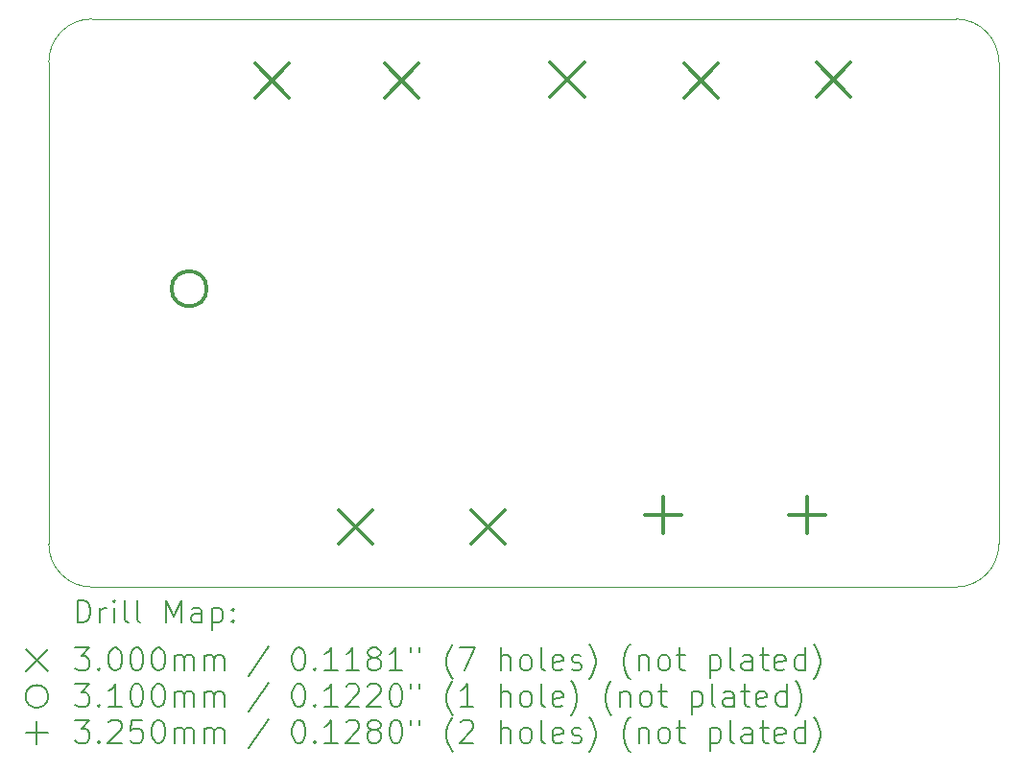
<source format=gbr>
%FSLAX45Y45*%
G04 Gerber Fmt 4.5, Leading zero omitted, Abs format (unit mm)*
G04 Created by KiCad (PCBNEW (6.0.4)) date 2023-05-16 23:10:23*
%MOMM*%
%LPD*%
G01*
G04 APERTURE LIST*
%TA.AperFunction,Profile*%
%ADD10C,0.100000*%
%TD*%
%ADD11C,0.200000*%
%ADD12C,0.300000*%
%ADD13C,0.310000*%
%ADD14C,0.325000*%
G04 APERTURE END LIST*
D10*
X4165600Y-10350500D02*
X4165600Y-14605000D01*
X4546600Y-9969500D02*
X12166600Y-9969500D01*
X12547600Y-10350500D02*
G75*
G03*
X12166600Y-9969500I-381000J0D01*
G01*
X4546600Y-9969500D02*
G75*
G03*
X4165600Y-10350500I0J-381000D01*
G01*
X4546600Y-14986000D02*
X12166600Y-14986000D01*
X12166600Y-14986000D02*
G75*
G03*
X12547600Y-14605000I0J381000D01*
G01*
X4165600Y-14605000D02*
G75*
G03*
X4546600Y-14986000I381000J0D01*
G01*
X12547600Y-10350500D02*
X12547600Y-14605000D01*
D11*
D12*
X5984100Y-10365600D02*
X6284100Y-10665600D01*
X6284100Y-10365600D02*
X5984100Y-10665600D01*
X6723100Y-14302800D02*
X7023100Y-14602800D01*
X7023100Y-14302800D02*
X6723100Y-14602800D01*
X7127100Y-10365600D02*
X7427100Y-10665600D01*
X7427100Y-10365600D02*
X7127100Y-10665600D01*
X7889100Y-14302800D02*
X8189100Y-14602800D01*
X8189100Y-14302800D02*
X7889100Y-14602800D01*
X8587600Y-10356000D02*
X8887600Y-10656000D01*
X8887600Y-10356000D02*
X8587600Y-10656000D01*
X9768700Y-10365600D02*
X10068700Y-10665600D01*
X10068700Y-10365600D02*
X9768700Y-10665600D01*
X10937100Y-10356000D02*
X11237100Y-10656000D01*
X11237100Y-10356000D02*
X10937100Y-10656000D01*
D13*
X5559100Y-12351500D02*
G75*
G03*
X5559100Y-12351500I-155000J0D01*
G01*
D14*
X9588100Y-14188500D02*
X9588100Y-14513500D01*
X9425600Y-14351000D02*
X9750600Y-14351000D01*
X10858100Y-14188500D02*
X10858100Y-14513500D01*
X10695600Y-14351000D02*
X11020600Y-14351000D01*
D11*
X4418219Y-15301476D02*
X4418219Y-15101476D01*
X4465838Y-15101476D01*
X4494410Y-15111000D01*
X4513457Y-15130048D01*
X4522981Y-15149095D01*
X4532505Y-15187190D01*
X4532505Y-15215762D01*
X4522981Y-15253857D01*
X4513457Y-15272905D01*
X4494410Y-15291952D01*
X4465838Y-15301476D01*
X4418219Y-15301476D01*
X4618219Y-15301476D02*
X4618219Y-15168143D01*
X4618219Y-15206238D02*
X4627743Y-15187190D01*
X4637267Y-15177667D01*
X4656314Y-15168143D01*
X4675362Y-15168143D01*
X4742029Y-15301476D02*
X4742029Y-15168143D01*
X4742029Y-15101476D02*
X4732505Y-15111000D01*
X4742029Y-15120524D01*
X4751552Y-15111000D01*
X4742029Y-15101476D01*
X4742029Y-15120524D01*
X4865838Y-15301476D02*
X4846790Y-15291952D01*
X4837267Y-15272905D01*
X4837267Y-15101476D01*
X4970600Y-15301476D02*
X4951552Y-15291952D01*
X4942029Y-15272905D01*
X4942029Y-15101476D01*
X5199171Y-15301476D02*
X5199171Y-15101476D01*
X5265838Y-15244333D01*
X5332505Y-15101476D01*
X5332505Y-15301476D01*
X5513457Y-15301476D02*
X5513457Y-15196714D01*
X5503933Y-15177667D01*
X5484886Y-15168143D01*
X5446790Y-15168143D01*
X5427743Y-15177667D01*
X5513457Y-15291952D02*
X5494410Y-15301476D01*
X5446790Y-15301476D01*
X5427743Y-15291952D01*
X5418219Y-15272905D01*
X5418219Y-15253857D01*
X5427743Y-15234809D01*
X5446790Y-15225286D01*
X5494410Y-15225286D01*
X5513457Y-15215762D01*
X5608695Y-15168143D02*
X5608695Y-15368143D01*
X5608695Y-15177667D02*
X5627743Y-15168143D01*
X5665838Y-15168143D01*
X5684886Y-15177667D01*
X5694409Y-15187190D01*
X5703933Y-15206238D01*
X5703933Y-15263381D01*
X5694409Y-15282428D01*
X5684886Y-15291952D01*
X5665838Y-15301476D01*
X5627743Y-15301476D01*
X5608695Y-15291952D01*
X5789648Y-15282428D02*
X5799171Y-15291952D01*
X5789648Y-15301476D01*
X5780124Y-15291952D01*
X5789648Y-15282428D01*
X5789648Y-15301476D01*
X5789648Y-15177667D02*
X5799171Y-15187190D01*
X5789648Y-15196714D01*
X5780124Y-15187190D01*
X5789648Y-15177667D01*
X5789648Y-15196714D01*
X3960600Y-15531000D02*
X4160600Y-15731000D01*
X4160600Y-15531000D02*
X3960600Y-15731000D01*
X4399171Y-15521476D02*
X4522981Y-15521476D01*
X4456314Y-15597667D01*
X4484886Y-15597667D01*
X4503933Y-15607190D01*
X4513457Y-15616714D01*
X4522981Y-15635762D01*
X4522981Y-15683381D01*
X4513457Y-15702428D01*
X4503933Y-15711952D01*
X4484886Y-15721476D01*
X4427743Y-15721476D01*
X4408695Y-15711952D01*
X4399171Y-15702428D01*
X4608695Y-15702428D02*
X4618219Y-15711952D01*
X4608695Y-15721476D01*
X4599171Y-15711952D01*
X4608695Y-15702428D01*
X4608695Y-15721476D01*
X4742029Y-15521476D02*
X4761076Y-15521476D01*
X4780124Y-15531000D01*
X4789648Y-15540524D01*
X4799171Y-15559571D01*
X4808695Y-15597667D01*
X4808695Y-15645286D01*
X4799171Y-15683381D01*
X4789648Y-15702428D01*
X4780124Y-15711952D01*
X4761076Y-15721476D01*
X4742029Y-15721476D01*
X4722981Y-15711952D01*
X4713457Y-15702428D01*
X4703933Y-15683381D01*
X4694410Y-15645286D01*
X4694410Y-15597667D01*
X4703933Y-15559571D01*
X4713457Y-15540524D01*
X4722981Y-15531000D01*
X4742029Y-15521476D01*
X4932505Y-15521476D02*
X4951552Y-15521476D01*
X4970600Y-15531000D01*
X4980124Y-15540524D01*
X4989648Y-15559571D01*
X4999171Y-15597667D01*
X4999171Y-15645286D01*
X4989648Y-15683381D01*
X4980124Y-15702428D01*
X4970600Y-15711952D01*
X4951552Y-15721476D01*
X4932505Y-15721476D01*
X4913457Y-15711952D01*
X4903933Y-15702428D01*
X4894410Y-15683381D01*
X4884886Y-15645286D01*
X4884886Y-15597667D01*
X4894410Y-15559571D01*
X4903933Y-15540524D01*
X4913457Y-15531000D01*
X4932505Y-15521476D01*
X5122981Y-15521476D02*
X5142029Y-15521476D01*
X5161076Y-15531000D01*
X5170600Y-15540524D01*
X5180124Y-15559571D01*
X5189648Y-15597667D01*
X5189648Y-15645286D01*
X5180124Y-15683381D01*
X5170600Y-15702428D01*
X5161076Y-15711952D01*
X5142029Y-15721476D01*
X5122981Y-15721476D01*
X5103933Y-15711952D01*
X5094410Y-15702428D01*
X5084886Y-15683381D01*
X5075362Y-15645286D01*
X5075362Y-15597667D01*
X5084886Y-15559571D01*
X5094410Y-15540524D01*
X5103933Y-15531000D01*
X5122981Y-15521476D01*
X5275362Y-15721476D02*
X5275362Y-15588143D01*
X5275362Y-15607190D02*
X5284886Y-15597667D01*
X5303933Y-15588143D01*
X5332505Y-15588143D01*
X5351552Y-15597667D01*
X5361076Y-15616714D01*
X5361076Y-15721476D01*
X5361076Y-15616714D02*
X5370600Y-15597667D01*
X5389648Y-15588143D01*
X5418219Y-15588143D01*
X5437267Y-15597667D01*
X5446790Y-15616714D01*
X5446790Y-15721476D01*
X5542029Y-15721476D02*
X5542029Y-15588143D01*
X5542029Y-15607190D02*
X5551552Y-15597667D01*
X5570600Y-15588143D01*
X5599171Y-15588143D01*
X5618219Y-15597667D01*
X5627743Y-15616714D01*
X5627743Y-15721476D01*
X5627743Y-15616714D02*
X5637267Y-15597667D01*
X5656314Y-15588143D01*
X5684886Y-15588143D01*
X5703933Y-15597667D01*
X5713457Y-15616714D01*
X5713457Y-15721476D01*
X6103933Y-15511952D02*
X5932505Y-15769095D01*
X6361076Y-15521476D02*
X6380124Y-15521476D01*
X6399171Y-15531000D01*
X6408695Y-15540524D01*
X6418219Y-15559571D01*
X6427743Y-15597667D01*
X6427743Y-15645286D01*
X6418219Y-15683381D01*
X6408695Y-15702428D01*
X6399171Y-15711952D01*
X6380124Y-15721476D01*
X6361076Y-15721476D01*
X6342028Y-15711952D01*
X6332505Y-15702428D01*
X6322981Y-15683381D01*
X6313457Y-15645286D01*
X6313457Y-15597667D01*
X6322981Y-15559571D01*
X6332505Y-15540524D01*
X6342028Y-15531000D01*
X6361076Y-15521476D01*
X6513457Y-15702428D02*
X6522981Y-15711952D01*
X6513457Y-15721476D01*
X6503933Y-15711952D01*
X6513457Y-15702428D01*
X6513457Y-15721476D01*
X6713457Y-15721476D02*
X6599171Y-15721476D01*
X6656314Y-15721476D02*
X6656314Y-15521476D01*
X6637267Y-15550048D01*
X6618219Y-15569095D01*
X6599171Y-15578619D01*
X6903933Y-15721476D02*
X6789648Y-15721476D01*
X6846790Y-15721476D02*
X6846790Y-15521476D01*
X6827743Y-15550048D01*
X6808695Y-15569095D01*
X6789648Y-15578619D01*
X7018219Y-15607190D02*
X6999171Y-15597667D01*
X6989648Y-15588143D01*
X6980124Y-15569095D01*
X6980124Y-15559571D01*
X6989648Y-15540524D01*
X6999171Y-15531000D01*
X7018219Y-15521476D01*
X7056314Y-15521476D01*
X7075362Y-15531000D01*
X7084886Y-15540524D01*
X7094409Y-15559571D01*
X7094409Y-15569095D01*
X7084886Y-15588143D01*
X7075362Y-15597667D01*
X7056314Y-15607190D01*
X7018219Y-15607190D01*
X6999171Y-15616714D01*
X6989648Y-15626238D01*
X6980124Y-15645286D01*
X6980124Y-15683381D01*
X6989648Y-15702428D01*
X6999171Y-15711952D01*
X7018219Y-15721476D01*
X7056314Y-15721476D01*
X7075362Y-15711952D01*
X7084886Y-15702428D01*
X7094409Y-15683381D01*
X7094409Y-15645286D01*
X7084886Y-15626238D01*
X7075362Y-15616714D01*
X7056314Y-15607190D01*
X7284886Y-15721476D02*
X7170600Y-15721476D01*
X7227743Y-15721476D02*
X7227743Y-15521476D01*
X7208695Y-15550048D01*
X7189648Y-15569095D01*
X7170600Y-15578619D01*
X7361076Y-15521476D02*
X7361076Y-15559571D01*
X7437267Y-15521476D02*
X7437267Y-15559571D01*
X7732505Y-15797667D02*
X7722981Y-15788143D01*
X7703933Y-15759571D01*
X7694409Y-15740524D01*
X7684886Y-15711952D01*
X7675362Y-15664333D01*
X7675362Y-15626238D01*
X7684886Y-15578619D01*
X7694409Y-15550048D01*
X7703933Y-15531000D01*
X7722981Y-15502428D01*
X7732505Y-15492905D01*
X7789648Y-15521476D02*
X7922981Y-15521476D01*
X7837267Y-15721476D01*
X8151552Y-15721476D02*
X8151552Y-15521476D01*
X8237267Y-15721476D02*
X8237267Y-15616714D01*
X8227743Y-15597667D01*
X8208695Y-15588143D01*
X8180124Y-15588143D01*
X8161076Y-15597667D01*
X8151552Y-15607190D01*
X8361076Y-15721476D02*
X8342028Y-15711952D01*
X8332505Y-15702428D01*
X8322981Y-15683381D01*
X8322981Y-15626238D01*
X8332505Y-15607190D01*
X8342028Y-15597667D01*
X8361076Y-15588143D01*
X8389648Y-15588143D01*
X8408695Y-15597667D01*
X8418219Y-15607190D01*
X8427743Y-15626238D01*
X8427743Y-15683381D01*
X8418219Y-15702428D01*
X8408695Y-15711952D01*
X8389648Y-15721476D01*
X8361076Y-15721476D01*
X8542029Y-15721476D02*
X8522981Y-15711952D01*
X8513457Y-15692905D01*
X8513457Y-15521476D01*
X8694410Y-15711952D02*
X8675362Y-15721476D01*
X8637267Y-15721476D01*
X8618219Y-15711952D01*
X8608695Y-15692905D01*
X8608695Y-15616714D01*
X8618219Y-15597667D01*
X8637267Y-15588143D01*
X8675362Y-15588143D01*
X8694410Y-15597667D01*
X8703933Y-15616714D01*
X8703933Y-15635762D01*
X8608695Y-15654809D01*
X8780124Y-15711952D02*
X8799171Y-15721476D01*
X8837267Y-15721476D01*
X8856314Y-15711952D01*
X8865838Y-15692905D01*
X8865838Y-15683381D01*
X8856314Y-15664333D01*
X8837267Y-15654809D01*
X8808695Y-15654809D01*
X8789648Y-15645286D01*
X8780124Y-15626238D01*
X8780124Y-15616714D01*
X8789648Y-15597667D01*
X8808695Y-15588143D01*
X8837267Y-15588143D01*
X8856314Y-15597667D01*
X8932505Y-15797667D02*
X8942029Y-15788143D01*
X8961076Y-15759571D01*
X8970600Y-15740524D01*
X8980124Y-15711952D01*
X8989648Y-15664333D01*
X8989648Y-15626238D01*
X8980124Y-15578619D01*
X8970600Y-15550048D01*
X8961076Y-15531000D01*
X8942029Y-15502428D01*
X8932505Y-15492905D01*
X9294410Y-15797667D02*
X9284886Y-15788143D01*
X9265838Y-15759571D01*
X9256314Y-15740524D01*
X9246790Y-15711952D01*
X9237267Y-15664333D01*
X9237267Y-15626238D01*
X9246790Y-15578619D01*
X9256314Y-15550048D01*
X9265838Y-15531000D01*
X9284886Y-15502428D01*
X9294410Y-15492905D01*
X9370600Y-15588143D02*
X9370600Y-15721476D01*
X9370600Y-15607190D02*
X9380124Y-15597667D01*
X9399171Y-15588143D01*
X9427743Y-15588143D01*
X9446790Y-15597667D01*
X9456314Y-15616714D01*
X9456314Y-15721476D01*
X9580124Y-15721476D02*
X9561076Y-15711952D01*
X9551552Y-15702428D01*
X9542029Y-15683381D01*
X9542029Y-15626238D01*
X9551552Y-15607190D01*
X9561076Y-15597667D01*
X9580124Y-15588143D01*
X9608695Y-15588143D01*
X9627743Y-15597667D01*
X9637267Y-15607190D01*
X9646790Y-15626238D01*
X9646790Y-15683381D01*
X9637267Y-15702428D01*
X9627743Y-15711952D01*
X9608695Y-15721476D01*
X9580124Y-15721476D01*
X9703933Y-15588143D02*
X9780124Y-15588143D01*
X9732505Y-15521476D02*
X9732505Y-15692905D01*
X9742029Y-15711952D01*
X9761076Y-15721476D01*
X9780124Y-15721476D01*
X9999171Y-15588143D02*
X9999171Y-15788143D01*
X9999171Y-15597667D02*
X10018219Y-15588143D01*
X10056314Y-15588143D01*
X10075362Y-15597667D01*
X10084886Y-15607190D01*
X10094410Y-15626238D01*
X10094410Y-15683381D01*
X10084886Y-15702428D01*
X10075362Y-15711952D01*
X10056314Y-15721476D01*
X10018219Y-15721476D01*
X9999171Y-15711952D01*
X10208695Y-15721476D02*
X10189648Y-15711952D01*
X10180124Y-15692905D01*
X10180124Y-15521476D01*
X10370600Y-15721476D02*
X10370600Y-15616714D01*
X10361076Y-15597667D01*
X10342029Y-15588143D01*
X10303933Y-15588143D01*
X10284886Y-15597667D01*
X10370600Y-15711952D02*
X10351552Y-15721476D01*
X10303933Y-15721476D01*
X10284886Y-15711952D01*
X10275362Y-15692905D01*
X10275362Y-15673857D01*
X10284886Y-15654809D01*
X10303933Y-15645286D01*
X10351552Y-15645286D01*
X10370600Y-15635762D01*
X10437267Y-15588143D02*
X10513457Y-15588143D01*
X10465838Y-15521476D02*
X10465838Y-15692905D01*
X10475362Y-15711952D01*
X10494410Y-15721476D01*
X10513457Y-15721476D01*
X10656314Y-15711952D02*
X10637267Y-15721476D01*
X10599171Y-15721476D01*
X10580124Y-15711952D01*
X10570600Y-15692905D01*
X10570600Y-15616714D01*
X10580124Y-15597667D01*
X10599171Y-15588143D01*
X10637267Y-15588143D01*
X10656314Y-15597667D01*
X10665838Y-15616714D01*
X10665838Y-15635762D01*
X10570600Y-15654809D01*
X10837267Y-15721476D02*
X10837267Y-15521476D01*
X10837267Y-15711952D02*
X10818219Y-15721476D01*
X10780124Y-15721476D01*
X10761076Y-15711952D01*
X10751552Y-15702428D01*
X10742029Y-15683381D01*
X10742029Y-15626238D01*
X10751552Y-15607190D01*
X10761076Y-15597667D01*
X10780124Y-15588143D01*
X10818219Y-15588143D01*
X10837267Y-15597667D01*
X10913457Y-15797667D02*
X10922981Y-15788143D01*
X10942029Y-15759571D01*
X10951552Y-15740524D01*
X10961076Y-15711952D01*
X10970600Y-15664333D01*
X10970600Y-15626238D01*
X10961076Y-15578619D01*
X10951552Y-15550048D01*
X10942029Y-15531000D01*
X10922981Y-15502428D01*
X10913457Y-15492905D01*
X4160600Y-15951000D02*
G75*
G03*
X4160600Y-15951000I-100000J0D01*
G01*
X4399171Y-15841476D02*
X4522981Y-15841476D01*
X4456314Y-15917667D01*
X4484886Y-15917667D01*
X4503933Y-15927190D01*
X4513457Y-15936714D01*
X4522981Y-15955762D01*
X4522981Y-16003381D01*
X4513457Y-16022428D01*
X4503933Y-16031952D01*
X4484886Y-16041476D01*
X4427743Y-16041476D01*
X4408695Y-16031952D01*
X4399171Y-16022428D01*
X4608695Y-16022428D02*
X4618219Y-16031952D01*
X4608695Y-16041476D01*
X4599171Y-16031952D01*
X4608695Y-16022428D01*
X4608695Y-16041476D01*
X4808695Y-16041476D02*
X4694410Y-16041476D01*
X4751552Y-16041476D02*
X4751552Y-15841476D01*
X4732505Y-15870048D01*
X4713457Y-15889095D01*
X4694410Y-15898619D01*
X4932505Y-15841476D02*
X4951552Y-15841476D01*
X4970600Y-15851000D01*
X4980124Y-15860524D01*
X4989648Y-15879571D01*
X4999171Y-15917667D01*
X4999171Y-15965286D01*
X4989648Y-16003381D01*
X4980124Y-16022428D01*
X4970600Y-16031952D01*
X4951552Y-16041476D01*
X4932505Y-16041476D01*
X4913457Y-16031952D01*
X4903933Y-16022428D01*
X4894410Y-16003381D01*
X4884886Y-15965286D01*
X4884886Y-15917667D01*
X4894410Y-15879571D01*
X4903933Y-15860524D01*
X4913457Y-15851000D01*
X4932505Y-15841476D01*
X5122981Y-15841476D02*
X5142029Y-15841476D01*
X5161076Y-15851000D01*
X5170600Y-15860524D01*
X5180124Y-15879571D01*
X5189648Y-15917667D01*
X5189648Y-15965286D01*
X5180124Y-16003381D01*
X5170600Y-16022428D01*
X5161076Y-16031952D01*
X5142029Y-16041476D01*
X5122981Y-16041476D01*
X5103933Y-16031952D01*
X5094410Y-16022428D01*
X5084886Y-16003381D01*
X5075362Y-15965286D01*
X5075362Y-15917667D01*
X5084886Y-15879571D01*
X5094410Y-15860524D01*
X5103933Y-15851000D01*
X5122981Y-15841476D01*
X5275362Y-16041476D02*
X5275362Y-15908143D01*
X5275362Y-15927190D02*
X5284886Y-15917667D01*
X5303933Y-15908143D01*
X5332505Y-15908143D01*
X5351552Y-15917667D01*
X5361076Y-15936714D01*
X5361076Y-16041476D01*
X5361076Y-15936714D02*
X5370600Y-15917667D01*
X5389648Y-15908143D01*
X5418219Y-15908143D01*
X5437267Y-15917667D01*
X5446790Y-15936714D01*
X5446790Y-16041476D01*
X5542029Y-16041476D02*
X5542029Y-15908143D01*
X5542029Y-15927190D02*
X5551552Y-15917667D01*
X5570600Y-15908143D01*
X5599171Y-15908143D01*
X5618219Y-15917667D01*
X5627743Y-15936714D01*
X5627743Y-16041476D01*
X5627743Y-15936714D02*
X5637267Y-15917667D01*
X5656314Y-15908143D01*
X5684886Y-15908143D01*
X5703933Y-15917667D01*
X5713457Y-15936714D01*
X5713457Y-16041476D01*
X6103933Y-15831952D02*
X5932505Y-16089095D01*
X6361076Y-15841476D02*
X6380124Y-15841476D01*
X6399171Y-15851000D01*
X6408695Y-15860524D01*
X6418219Y-15879571D01*
X6427743Y-15917667D01*
X6427743Y-15965286D01*
X6418219Y-16003381D01*
X6408695Y-16022428D01*
X6399171Y-16031952D01*
X6380124Y-16041476D01*
X6361076Y-16041476D01*
X6342028Y-16031952D01*
X6332505Y-16022428D01*
X6322981Y-16003381D01*
X6313457Y-15965286D01*
X6313457Y-15917667D01*
X6322981Y-15879571D01*
X6332505Y-15860524D01*
X6342028Y-15851000D01*
X6361076Y-15841476D01*
X6513457Y-16022428D02*
X6522981Y-16031952D01*
X6513457Y-16041476D01*
X6503933Y-16031952D01*
X6513457Y-16022428D01*
X6513457Y-16041476D01*
X6713457Y-16041476D02*
X6599171Y-16041476D01*
X6656314Y-16041476D02*
X6656314Y-15841476D01*
X6637267Y-15870048D01*
X6618219Y-15889095D01*
X6599171Y-15898619D01*
X6789648Y-15860524D02*
X6799171Y-15851000D01*
X6818219Y-15841476D01*
X6865838Y-15841476D01*
X6884886Y-15851000D01*
X6894409Y-15860524D01*
X6903933Y-15879571D01*
X6903933Y-15898619D01*
X6894409Y-15927190D01*
X6780124Y-16041476D01*
X6903933Y-16041476D01*
X6980124Y-15860524D02*
X6989648Y-15851000D01*
X7008695Y-15841476D01*
X7056314Y-15841476D01*
X7075362Y-15851000D01*
X7084886Y-15860524D01*
X7094409Y-15879571D01*
X7094409Y-15898619D01*
X7084886Y-15927190D01*
X6970600Y-16041476D01*
X7094409Y-16041476D01*
X7218219Y-15841476D02*
X7237267Y-15841476D01*
X7256314Y-15851000D01*
X7265838Y-15860524D01*
X7275362Y-15879571D01*
X7284886Y-15917667D01*
X7284886Y-15965286D01*
X7275362Y-16003381D01*
X7265838Y-16022428D01*
X7256314Y-16031952D01*
X7237267Y-16041476D01*
X7218219Y-16041476D01*
X7199171Y-16031952D01*
X7189648Y-16022428D01*
X7180124Y-16003381D01*
X7170600Y-15965286D01*
X7170600Y-15917667D01*
X7180124Y-15879571D01*
X7189648Y-15860524D01*
X7199171Y-15851000D01*
X7218219Y-15841476D01*
X7361076Y-15841476D02*
X7361076Y-15879571D01*
X7437267Y-15841476D02*
X7437267Y-15879571D01*
X7732505Y-16117667D02*
X7722981Y-16108143D01*
X7703933Y-16079571D01*
X7694409Y-16060524D01*
X7684886Y-16031952D01*
X7675362Y-15984333D01*
X7675362Y-15946238D01*
X7684886Y-15898619D01*
X7694409Y-15870048D01*
X7703933Y-15851000D01*
X7722981Y-15822428D01*
X7732505Y-15812905D01*
X7913457Y-16041476D02*
X7799171Y-16041476D01*
X7856314Y-16041476D02*
X7856314Y-15841476D01*
X7837267Y-15870048D01*
X7818219Y-15889095D01*
X7799171Y-15898619D01*
X8151552Y-16041476D02*
X8151552Y-15841476D01*
X8237267Y-16041476D02*
X8237267Y-15936714D01*
X8227743Y-15917667D01*
X8208695Y-15908143D01*
X8180124Y-15908143D01*
X8161076Y-15917667D01*
X8151552Y-15927190D01*
X8361076Y-16041476D02*
X8342028Y-16031952D01*
X8332505Y-16022428D01*
X8322981Y-16003381D01*
X8322981Y-15946238D01*
X8332505Y-15927190D01*
X8342028Y-15917667D01*
X8361076Y-15908143D01*
X8389648Y-15908143D01*
X8408695Y-15917667D01*
X8418219Y-15927190D01*
X8427743Y-15946238D01*
X8427743Y-16003381D01*
X8418219Y-16022428D01*
X8408695Y-16031952D01*
X8389648Y-16041476D01*
X8361076Y-16041476D01*
X8542029Y-16041476D02*
X8522981Y-16031952D01*
X8513457Y-16012905D01*
X8513457Y-15841476D01*
X8694410Y-16031952D02*
X8675362Y-16041476D01*
X8637267Y-16041476D01*
X8618219Y-16031952D01*
X8608695Y-16012905D01*
X8608695Y-15936714D01*
X8618219Y-15917667D01*
X8637267Y-15908143D01*
X8675362Y-15908143D01*
X8694410Y-15917667D01*
X8703933Y-15936714D01*
X8703933Y-15955762D01*
X8608695Y-15974809D01*
X8770600Y-16117667D02*
X8780124Y-16108143D01*
X8799171Y-16079571D01*
X8808695Y-16060524D01*
X8818219Y-16031952D01*
X8827743Y-15984333D01*
X8827743Y-15946238D01*
X8818219Y-15898619D01*
X8808695Y-15870048D01*
X8799171Y-15851000D01*
X8780124Y-15822428D01*
X8770600Y-15812905D01*
X9132505Y-16117667D02*
X9122981Y-16108143D01*
X9103933Y-16079571D01*
X9094410Y-16060524D01*
X9084886Y-16031952D01*
X9075362Y-15984333D01*
X9075362Y-15946238D01*
X9084886Y-15898619D01*
X9094410Y-15870048D01*
X9103933Y-15851000D01*
X9122981Y-15822428D01*
X9132505Y-15812905D01*
X9208695Y-15908143D02*
X9208695Y-16041476D01*
X9208695Y-15927190D02*
X9218219Y-15917667D01*
X9237267Y-15908143D01*
X9265838Y-15908143D01*
X9284886Y-15917667D01*
X9294410Y-15936714D01*
X9294410Y-16041476D01*
X9418219Y-16041476D02*
X9399171Y-16031952D01*
X9389648Y-16022428D01*
X9380124Y-16003381D01*
X9380124Y-15946238D01*
X9389648Y-15927190D01*
X9399171Y-15917667D01*
X9418219Y-15908143D01*
X9446790Y-15908143D01*
X9465838Y-15917667D01*
X9475362Y-15927190D01*
X9484886Y-15946238D01*
X9484886Y-16003381D01*
X9475362Y-16022428D01*
X9465838Y-16031952D01*
X9446790Y-16041476D01*
X9418219Y-16041476D01*
X9542029Y-15908143D02*
X9618219Y-15908143D01*
X9570600Y-15841476D02*
X9570600Y-16012905D01*
X9580124Y-16031952D01*
X9599171Y-16041476D01*
X9618219Y-16041476D01*
X9837267Y-15908143D02*
X9837267Y-16108143D01*
X9837267Y-15917667D02*
X9856314Y-15908143D01*
X9894410Y-15908143D01*
X9913457Y-15917667D01*
X9922981Y-15927190D01*
X9932505Y-15946238D01*
X9932505Y-16003381D01*
X9922981Y-16022428D01*
X9913457Y-16031952D01*
X9894410Y-16041476D01*
X9856314Y-16041476D01*
X9837267Y-16031952D01*
X10046790Y-16041476D02*
X10027743Y-16031952D01*
X10018219Y-16012905D01*
X10018219Y-15841476D01*
X10208695Y-16041476D02*
X10208695Y-15936714D01*
X10199171Y-15917667D01*
X10180124Y-15908143D01*
X10142029Y-15908143D01*
X10122981Y-15917667D01*
X10208695Y-16031952D02*
X10189648Y-16041476D01*
X10142029Y-16041476D01*
X10122981Y-16031952D01*
X10113457Y-16012905D01*
X10113457Y-15993857D01*
X10122981Y-15974809D01*
X10142029Y-15965286D01*
X10189648Y-15965286D01*
X10208695Y-15955762D01*
X10275362Y-15908143D02*
X10351552Y-15908143D01*
X10303933Y-15841476D02*
X10303933Y-16012905D01*
X10313457Y-16031952D01*
X10332505Y-16041476D01*
X10351552Y-16041476D01*
X10494410Y-16031952D02*
X10475362Y-16041476D01*
X10437267Y-16041476D01*
X10418219Y-16031952D01*
X10408695Y-16012905D01*
X10408695Y-15936714D01*
X10418219Y-15917667D01*
X10437267Y-15908143D01*
X10475362Y-15908143D01*
X10494410Y-15917667D01*
X10503933Y-15936714D01*
X10503933Y-15955762D01*
X10408695Y-15974809D01*
X10675362Y-16041476D02*
X10675362Y-15841476D01*
X10675362Y-16031952D02*
X10656314Y-16041476D01*
X10618219Y-16041476D01*
X10599171Y-16031952D01*
X10589648Y-16022428D01*
X10580124Y-16003381D01*
X10580124Y-15946238D01*
X10589648Y-15927190D01*
X10599171Y-15917667D01*
X10618219Y-15908143D01*
X10656314Y-15908143D01*
X10675362Y-15917667D01*
X10751552Y-16117667D02*
X10761076Y-16108143D01*
X10780124Y-16079571D01*
X10789648Y-16060524D01*
X10799171Y-16031952D01*
X10808695Y-15984333D01*
X10808695Y-15946238D01*
X10799171Y-15898619D01*
X10789648Y-15870048D01*
X10780124Y-15851000D01*
X10761076Y-15822428D01*
X10751552Y-15812905D01*
X4060600Y-16171000D02*
X4060600Y-16371000D01*
X3960600Y-16271000D02*
X4160600Y-16271000D01*
X4399171Y-16161476D02*
X4522981Y-16161476D01*
X4456314Y-16237667D01*
X4484886Y-16237667D01*
X4503933Y-16247190D01*
X4513457Y-16256714D01*
X4522981Y-16275762D01*
X4522981Y-16323381D01*
X4513457Y-16342428D01*
X4503933Y-16351952D01*
X4484886Y-16361476D01*
X4427743Y-16361476D01*
X4408695Y-16351952D01*
X4399171Y-16342428D01*
X4608695Y-16342428D02*
X4618219Y-16351952D01*
X4608695Y-16361476D01*
X4599171Y-16351952D01*
X4608695Y-16342428D01*
X4608695Y-16361476D01*
X4694410Y-16180524D02*
X4703933Y-16171000D01*
X4722981Y-16161476D01*
X4770600Y-16161476D01*
X4789648Y-16171000D01*
X4799171Y-16180524D01*
X4808695Y-16199571D01*
X4808695Y-16218619D01*
X4799171Y-16247190D01*
X4684886Y-16361476D01*
X4808695Y-16361476D01*
X4989648Y-16161476D02*
X4894410Y-16161476D01*
X4884886Y-16256714D01*
X4894410Y-16247190D01*
X4913457Y-16237667D01*
X4961076Y-16237667D01*
X4980124Y-16247190D01*
X4989648Y-16256714D01*
X4999171Y-16275762D01*
X4999171Y-16323381D01*
X4989648Y-16342428D01*
X4980124Y-16351952D01*
X4961076Y-16361476D01*
X4913457Y-16361476D01*
X4894410Y-16351952D01*
X4884886Y-16342428D01*
X5122981Y-16161476D02*
X5142029Y-16161476D01*
X5161076Y-16171000D01*
X5170600Y-16180524D01*
X5180124Y-16199571D01*
X5189648Y-16237667D01*
X5189648Y-16285286D01*
X5180124Y-16323381D01*
X5170600Y-16342428D01*
X5161076Y-16351952D01*
X5142029Y-16361476D01*
X5122981Y-16361476D01*
X5103933Y-16351952D01*
X5094410Y-16342428D01*
X5084886Y-16323381D01*
X5075362Y-16285286D01*
X5075362Y-16237667D01*
X5084886Y-16199571D01*
X5094410Y-16180524D01*
X5103933Y-16171000D01*
X5122981Y-16161476D01*
X5275362Y-16361476D02*
X5275362Y-16228143D01*
X5275362Y-16247190D02*
X5284886Y-16237667D01*
X5303933Y-16228143D01*
X5332505Y-16228143D01*
X5351552Y-16237667D01*
X5361076Y-16256714D01*
X5361076Y-16361476D01*
X5361076Y-16256714D02*
X5370600Y-16237667D01*
X5389648Y-16228143D01*
X5418219Y-16228143D01*
X5437267Y-16237667D01*
X5446790Y-16256714D01*
X5446790Y-16361476D01*
X5542029Y-16361476D02*
X5542029Y-16228143D01*
X5542029Y-16247190D02*
X5551552Y-16237667D01*
X5570600Y-16228143D01*
X5599171Y-16228143D01*
X5618219Y-16237667D01*
X5627743Y-16256714D01*
X5627743Y-16361476D01*
X5627743Y-16256714D02*
X5637267Y-16237667D01*
X5656314Y-16228143D01*
X5684886Y-16228143D01*
X5703933Y-16237667D01*
X5713457Y-16256714D01*
X5713457Y-16361476D01*
X6103933Y-16151952D02*
X5932505Y-16409095D01*
X6361076Y-16161476D02*
X6380124Y-16161476D01*
X6399171Y-16171000D01*
X6408695Y-16180524D01*
X6418219Y-16199571D01*
X6427743Y-16237667D01*
X6427743Y-16285286D01*
X6418219Y-16323381D01*
X6408695Y-16342428D01*
X6399171Y-16351952D01*
X6380124Y-16361476D01*
X6361076Y-16361476D01*
X6342028Y-16351952D01*
X6332505Y-16342428D01*
X6322981Y-16323381D01*
X6313457Y-16285286D01*
X6313457Y-16237667D01*
X6322981Y-16199571D01*
X6332505Y-16180524D01*
X6342028Y-16171000D01*
X6361076Y-16161476D01*
X6513457Y-16342428D02*
X6522981Y-16351952D01*
X6513457Y-16361476D01*
X6503933Y-16351952D01*
X6513457Y-16342428D01*
X6513457Y-16361476D01*
X6713457Y-16361476D02*
X6599171Y-16361476D01*
X6656314Y-16361476D02*
X6656314Y-16161476D01*
X6637267Y-16190048D01*
X6618219Y-16209095D01*
X6599171Y-16218619D01*
X6789648Y-16180524D02*
X6799171Y-16171000D01*
X6818219Y-16161476D01*
X6865838Y-16161476D01*
X6884886Y-16171000D01*
X6894409Y-16180524D01*
X6903933Y-16199571D01*
X6903933Y-16218619D01*
X6894409Y-16247190D01*
X6780124Y-16361476D01*
X6903933Y-16361476D01*
X7018219Y-16247190D02*
X6999171Y-16237667D01*
X6989648Y-16228143D01*
X6980124Y-16209095D01*
X6980124Y-16199571D01*
X6989648Y-16180524D01*
X6999171Y-16171000D01*
X7018219Y-16161476D01*
X7056314Y-16161476D01*
X7075362Y-16171000D01*
X7084886Y-16180524D01*
X7094409Y-16199571D01*
X7094409Y-16209095D01*
X7084886Y-16228143D01*
X7075362Y-16237667D01*
X7056314Y-16247190D01*
X7018219Y-16247190D01*
X6999171Y-16256714D01*
X6989648Y-16266238D01*
X6980124Y-16285286D01*
X6980124Y-16323381D01*
X6989648Y-16342428D01*
X6999171Y-16351952D01*
X7018219Y-16361476D01*
X7056314Y-16361476D01*
X7075362Y-16351952D01*
X7084886Y-16342428D01*
X7094409Y-16323381D01*
X7094409Y-16285286D01*
X7084886Y-16266238D01*
X7075362Y-16256714D01*
X7056314Y-16247190D01*
X7218219Y-16161476D02*
X7237267Y-16161476D01*
X7256314Y-16171000D01*
X7265838Y-16180524D01*
X7275362Y-16199571D01*
X7284886Y-16237667D01*
X7284886Y-16285286D01*
X7275362Y-16323381D01*
X7265838Y-16342428D01*
X7256314Y-16351952D01*
X7237267Y-16361476D01*
X7218219Y-16361476D01*
X7199171Y-16351952D01*
X7189648Y-16342428D01*
X7180124Y-16323381D01*
X7170600Y-16285286D01*
X7170600Y-16237667D01*
X7180124Y-16199571D01*
X7189648Y-16180524D01*
X7199171Y-16171000D01*
X7218219Y-16161476D01*
X7361076Y-16161476D02*
X7361076Y-16199571D01*
X7437267Y-16161476D02*
X7437267Y-16199571D01*
X7732505Y-16437667D02*
X7722981Y-16428143D01*
X7703933Y-16399571D01*
X7694409Y-16380524D01*
X7684886Y-16351952D01*
X7675362Y-16304333D01*
X7675362Y-16266238D01*
X7684886Y-16218619D01*
X7694409Y-16190048D01*
X7703933Y-16171000D01*
X7722981Y-16142428D01*
X7732505Y-16132905D01*
X7799171Y-16180524D02*
X7808695Y-16171000D01*
X7827743Y-16161476D01*
X7875362Y-16161476D01*
X7894409Y-16171000D01*
X7903933Y-16180524D01*
X7913457Y-16199571D01*
X7913457Y-16218619D01*
X7903933Y-16247190D01*
X7789648Y-16361476D01*
X7913457Y-16361476D01*
X8151552Y-16361476D02*
X8151552Y-16161476D01*
X8237267Y-16361476D02*
X8237267Y-16256714D01*
X8227743Y-16237667D01*
X8208695Y-16228143D01*
X8180124Y-16228143D01*
X8161076Y-16237667D01*
X8151552Y-16247190D01*
X8361076Y-16361476D02*
X8342028Y-16351952D01*
X8332505Y-16342428D01*
X8322981Y-16323381D01*
X8322981Y-16266238D01*
X8332505Y-16247190D01*
X8342028Y-16237667D01*
X8361076Y-16228143D01*
X8389648Y-16228143D01*
X8408695Y-16237667D01*
X8418219Y-16247190D01*
X8427743Y-16266238D01*
X8427743Y-16323381D01*
X8418219Y-16342428D01*
X8408695Y-16351952D01*
X8389648Y-16361476D01*
X8361076Y-16361476D01*
X8542029Y-16361476D02*
X8522981Y-16351952D01*
X8513457Y-16332905D01*
X8513457Y-16161476D01*
X8694410Y-16351952D02*
X8675362Y-16361476D01*
X8637267Y-16361476D01*
X8618219Y-16351952D01*
X8608695Y-16332905D01*
X8608695Y-16256714D01*
X8618219Y-16237667D01*
X8637267Y-16228143D01*
X8675362Y-16228143D01*
X8694410Y-16237667D01*
X8703933Y-16256714D01*
X8703933Y-16275762D01*
X8608695Y-16294809D01*
X8780124Y-16351952D02*
X8799171Y-16361476D01*
X8837267Y-16361476D01*
X8856314Y-16351952D01*
X8865838Y-16332905D01*
X8865838Y-16323381D01*
X8856314Y-16304333D01*
X8837267Y-16294809D01*
X8808695Y-16294809D01*
X8789648Y-16285286D01*
X8780124Y-16266238D01*
X8780124Y-16256714D01*
X8789648Y-16237667D01*
X8808695Y-16228143D01*
X8837267Y-16228143D01*
X8856314Y-16237667D01*
X8932505Y-16437667D02*
X8942029Y-16428143D01*
X8961076Y-16399571D01*
X8970600Y-16380524D01*
X8980124Y-16351952D01*
X8989648Y-16304333D01*
X8989648Y-16266238D01*
X8980124Y-16218619D01*
X8970600Y-16190048D01*
X8961076Y-16171000D01*
X8942029Y-16142428D01*
X8932505Y-16132905D01*
X9294410Y-16437667D02*
X9284886Y-16428143D01*
X9265838Y-16399571D01*
X9256314Y-16380524D01*
X9246790Y-16351952D01*
X9237267Y-16304333D01*
X9237267Y-16266238D01*
X9246790Y-16218619D01*
X9256314Y-16190048D01*
X9265838Y-16171000D01*
X9284886Y-16142428D01*
X9294410Y-16132905D01*
X9370600Y-16228143D02*
X9370600Y-16361476D01*
X9370600Y-16247190D02*
X9380124Y-16237667D01*
X9399171Y-16228143D01*
X9427743Y-16228143D01*
X9446790Y-16237667D01*
X9456314Y-16256714D01*
X9456314Y-16361476D01*
X9580124Y-16361476D02*
X9561076Y-16351952D01*
X9551552Y-16342428D01*
X9542029Y-16323381D01*
X9542029Y-16266238D01*
X9551552Y-16247190D01*
X9561076Y-16237667D01*
X9580124Y-16228143D01*
X9608695Y-16228143D01*
X9627743Y-16237667D01*
X9637267Y-16247190D01*
X9646790Y-16266238D01*
X9646790Y-16323381D01*
X9637267Y-16342428D01*
X9627743Y-16351952D01*
X9608695Y-16361476D01*
X9580124Y-16361476D01*
X9703933Y-16228143D02*
X9780124Y-16228143D01*
X9732505Y-16161476D02*
X9732505Y-16332905D01*
X9742029Y-16351952D01*
X9761076Y-16361476D01*
X9780124Y-16361476D01*
X9999171Y-16228143D02*
X9999171Y-16428143D01*
X9999171Y-16237667D02*
X10018219Y-16228143D01*
X10056314Y-16228143D01*
X10075362Y-16237667D01*
X10084886Y-16247190D01*
X10094410Y-16266238D01*
X10094410Y-16323381D01*
X10084886Y-16342428D01*
X10075362Y-16351952D01*
X10056314Y-16361476D01*
X10018219Y-16361476D01*
X9999171Y-16351952D01*
X10208695Y-16361476D02*
X10189648Y-16351952D01*
X10180124Y-16332905D01*
X10180124Y-16161476D01*
X10370600Y-16361476D02*
X10370600Y-16256714D01*
X10361076Y-16237667D01*
X10342029Y-16228143D01*
X10303933Y-16228143D01*
X10284886Y-16237667D01*
X10370600Y-16351952D02*
X10351552Y-16361476D01*
X10303933Y-16361476D01*
X10284886Y-16351952D01*
X10275362Y-16332905D01*
X10275362Y-16313857D01*
X10284886Y-16294809D01*
X10303933Y-16285286D01*
X10351552Y-16285286D01*
X10370600Y-16275762D01*
X10437267Y-16228143D02*
X10513457Y-16228143D01*
X10465838Y-16161476D02*
X10465838Y-16332905D01*
X10475362Y-16351952D01*
X10494410Y-16361476D01*
X10513457Y-16361476D01*
X10656314Y-16351952D02*
X10637267Y-16361476D01*
X10599171Y-16361476D01*
X10580124Y-16351952D01*
X10570600Y-16332905D01*
X10570600Y-16256714D01*
X10580124Y-16237667D01*
X10599171Y-16228143D01*
X10637267Y-16228143D01*
X10656314Y-16237667D01*
X10665838Y-16256714D01*
X10665838Y-16275762D01*
X10570600Y-16294809D01*
X10837267Y-16361476D02*
X10837267Y-16161476D01*
X10837267Y-16351952D02*
X10818219Y-16361476D01*
X10780124Y-16361476D01*
X10761076Y-16351952D01*
X10751552Y-16342428D01*
X10742029Y-16323381D01*
X10742029Y-16266238D01*
X10751552Y-16247190D01*
X10761076Y-16237667D01*
X10780124Y-16228143D01*
X10818219Y-16228143D01*
X10837267Y-16237667D01*
X10913457Y-16437667D02*
X10922981Y-16428143D01*
X10942029Y-16399571D01*
X10951552Y-16380524D01*
X10961076Y-16351952D01*
X10970600Y-16304333D01*
X10970600Y-16266238D01*
X10961076Y-16218619D01*
X10951552Y-16190048D01*
X10942029Y-16171000D01*
X10922981Y-16142428D01*
X10913457Y-16132905D01*
M02*

</source>
